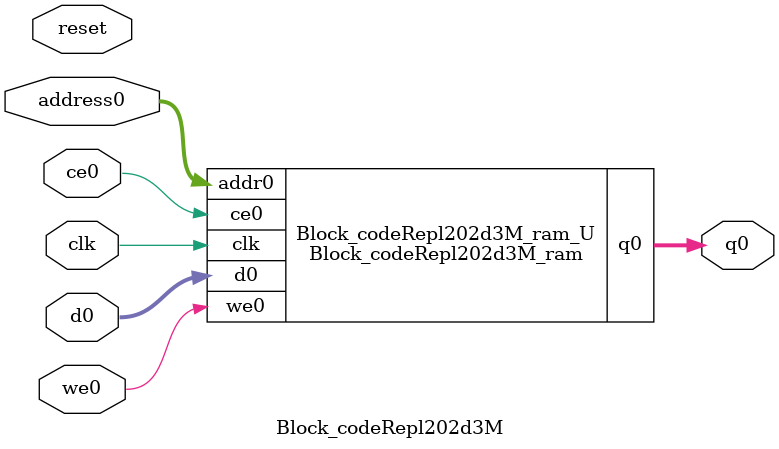
<source format=v>
`timescale 1 ns / 1 ps
module Block_codeRepl202d3M_ram (addr0, ce0, d0, we0, q0,  clk);

parameter DWIDTH = 5;
parameter AWIDTH = 16;
parameter MEM_SIZE = 51200;

input[AWIDTH-1:0] addr0;
input ce0;
input[DWIDTH-1:0] d0;
input we0;
output reg[DWIDTH-1:0] q0;
input clk;

(* ram_style = "block" *)reg [DWIDTH-1:0] ram[0:MEM_SIZE-1];




always @(posedge clk)  
begin 
    if (ce0) begin
        if (we0) 
            ram[addr0] <= d0; 
        q0 <= ram[addr0];
    end
end


endmodule

`timescale 1 ns / 1 ps
module Block_codeRepl202d3M(
    reset,
    clk,
    address0,
    ce0,
    we0,
    d0,
    q0);

parameter DataWidth = 32'd5;
parameter AddressRange = 32'd51200;
parameter AddressWidth = 32'd16;
input reset;
input clk;
input[AddressWidth - 1:0] address0;
input ce0;
input we0;
input[DataWidth - 1:0] d0;
output[DataWidth - 1:0] q0;



Block_codeRepl202d3M_ram Block_codeRepl202d3M_ram_U(
    .clk( clk ),
    .addr0( address0 ),
    .ce0( ce0 ),
    .we0( we0 ),
    .d0( d0 ),
    .q0( q0 ));

endmodule


</source>
